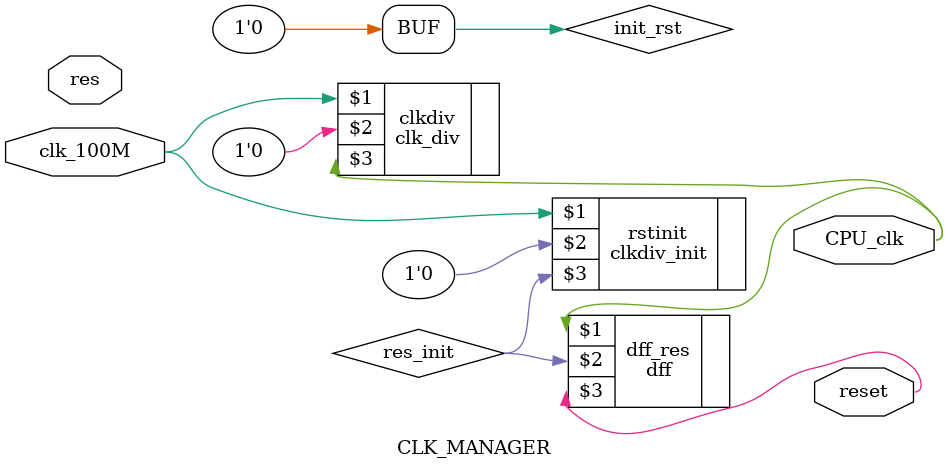
<source format=v>
`timescale 1ns / 1ps
module CLK_MANAGER #(parameter clk = 3)(
		input clk_100M,
		input res,
		output CPU_clk,
		output reset
    );

reg init_rst;
wire res_init;

//FPGA doesn't synthesize init_rst, just used to modelsim
initial begin
	init_rst = 1;
   #20;
	init_rst = 0;
end

clkdiv_init rstinit(clk_100M, init_rst, res_init);
dff dff_res(CPU_clk, res_init, reset);
clk_div #(clk) clkdiv(clk_100M, init_rst, CPU_clk);

endmodule

</source>
